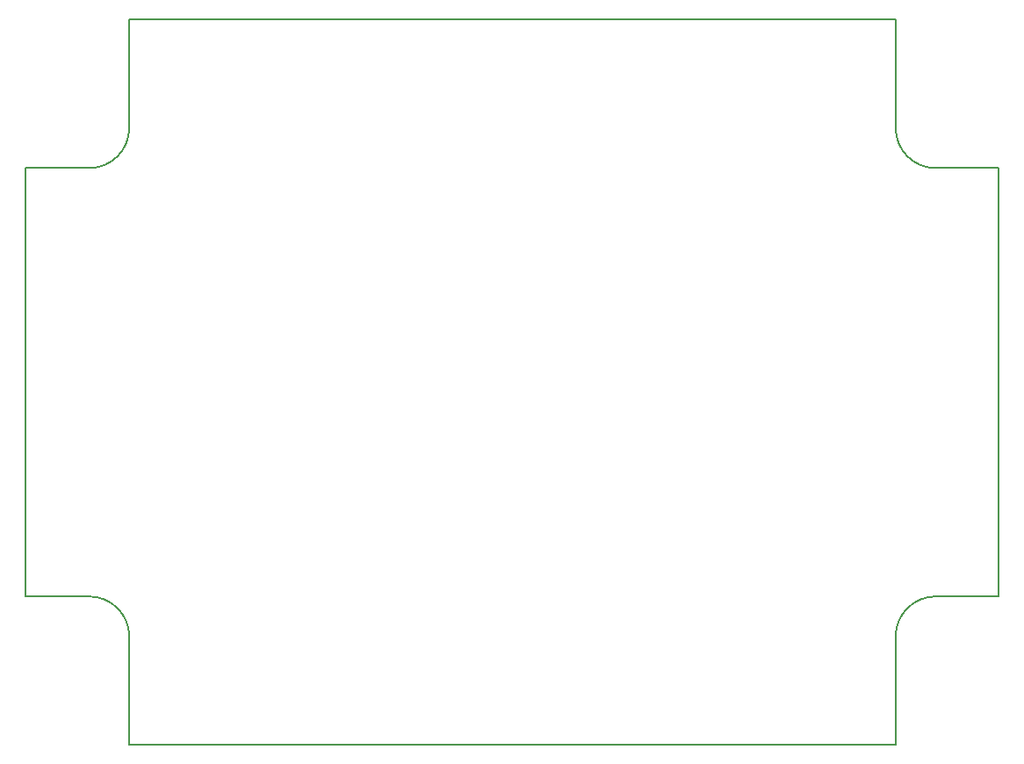
<source format=gm1>
G04 #@! TF.FileFunction,Profile,NP*
%FSLAX46Y46*%
G04 Gerber Fmt 4.6, Leading zero omitted, Abs format (unit mm)*
G04 Created by KiCad (PCBNEW 4.0.7) date 12/01/19 12:15:33*
%MOMM*%
%LPD*%
G01*
G04 APERTURE LIST*
%ADD10C,0.100000*%
%ADD11C,0.150000*%
G04 APERTURE END LIST*
D10*
D11*
X147447000Y-60731400D02*
G75*
G03X151307800Y-56870600I0J3860800D01*
G01*
X225196400Y-56870600D02*
G75*
G03X229057200Y-60731400I3860800J0D01*
G01*
X229057200Y-102031800D02*
G75*
G03X225196400Y-105892600I0J-3860800D01*
G01*
X151307800Y-105867200D02*
G75*
G03X147421600Y-102031800I-3860800J-25400D01*
G01*
X141274800Y-102031800D02*
X141274800Y-60731400D01*
X225196400Y-116357400D02*
X151307800Y-116357400D01*
X235153200Y-60731400D02*
X235153200Y-102031800D01*
X151307800Y-46355000D02*
X225196400Y-46355000D01*
X151307800Y-56870600D02*
X151307800Y-46355000D01*
X147472400Y-60731400D02*
X141274800Y-60731400D01*
X147447000Y-102031800D02*
X141274800Y-102031800D01*
X151307800Y-105892600D02*
X151307800Y-116357400D01*
X225196400Y-56845200D02*
X225196400Y-46355000D01*
X229057200Y-60731400D02*
X235153200Y-60731400D01*
X229057200Y-102031800D02*
X235153200Y-102031800D01*
X225196400Y-105892600D02*
X225196400Y-116332000D01*
M02*

</source>
